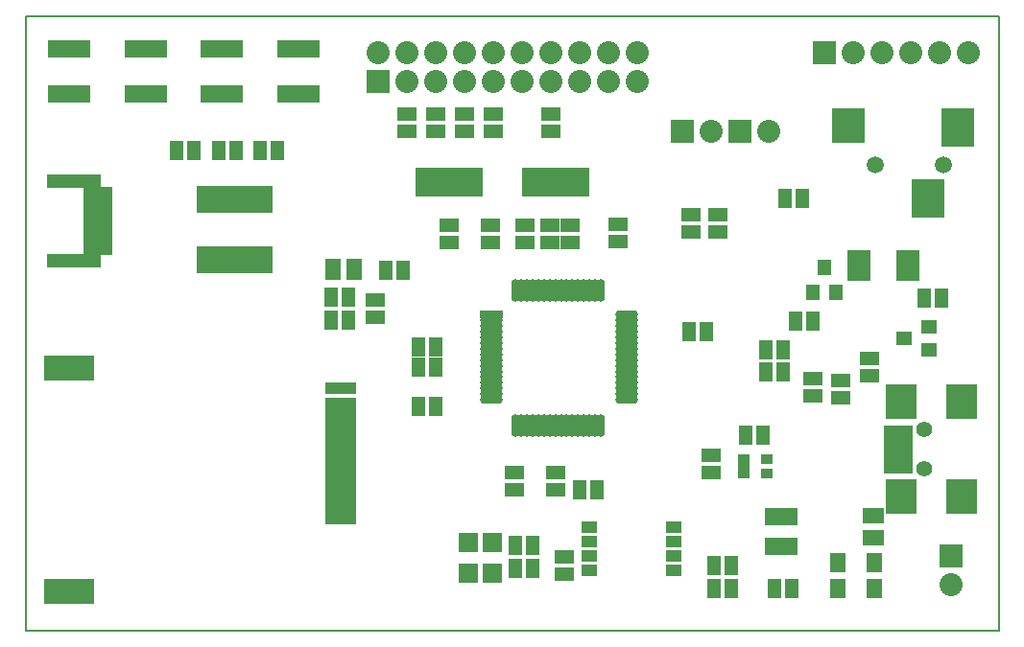
<source format=gts>
G04 (created by PCBNEW-RS274X (2011-06-08)-testing) date Sa 02 Jul 2011 13:34:50 CEST*
G01*
G70*
G90*
%MOIN*%
G04 Gerber Fmt 3.4, Leading zero omitted, Abs format*
%FSLAX34Y34*%
G04 APERTURE LIST*
%ADD10C,0.006000*%
%ADD11C,0.008000*%
%ADD12R,0.098700X0.043600*%
%ADD13R,0.185400X0.047600*%
%ADD14R,0.114500X0.136100*%
%ADD15R,0.114500X0.124300*%
%ADD16C,0.059400*%
%ADD17R,0.080000X0.080000*%
%ADD18C,0.080000*%
%ADD19R,0.236500X0.098700*%
%ADD20R,0.065000X0.045000*%
%ADD21R,0.045000X0.065000*%
%ADD22R,0.055000X0.075000*%
%ADD23R,0.075000X0.055000*%
%ADD24R,0.055800X0.068000*%
%ADD25R,0.080000X0.029800*%
%ADD26O,0.080000X0.029800*%
%ADD27O,0.029800X0.080000*%
%ADD28R,0.051500X0.055400*%
%ADD29R,0.055400X0.051500*%
%ADD30R,0.146000X0.059400*%
%ADD31C,0.055400*%
%ADD32R,0.098700X0.039700*%
%ADD33R,0.106600X0.118400*%
%ADD34R,0.110600X0.059400*%
%ADD35R,0.110600X0.039700*%
%ADD36R,0.177500X0.086900*%
%ADD37R,0.036000X0.094800*%
%ADD38R,0.040000X0.032000*%
%ADD39R,0.043600X0.063300*%
%ADD40R,0.079800X0.110600*%
%ADD41R,0.067200X0.067200*%
%ADD42R,0.057900X0.039700*%
G04 APERTURE END LIST*
G54D10*
G54D11*
X14450Y-56300D02*
X14450Y-34950D01*
X48250Y-56300D02*
X14450Y-56300D01*
X48250Y-34950D02*
X48250Y-56300D01*
X15250Y-34950D02*
X48250Y-34950D01*
X14450Y-34950D02*
X15250Y-34950D01*
G54D12*
X16947Y-41066D03*
X16947Y-41459D03*
X16947Y-41853D03*
X16947Y-42247D03*
X16947Y-42641D03*
X16947Y-43034D03*
G54D13*
X16120Y-40672D03*
X16120Y-43428D03*
G54D14*
X46843Y-38811D03*
X45780Y-41281D03*
G54D15*
X43024Y-38752D03*
G54D16*
X46331Y-40100D03*
X43969Y-40100D03*
G54D17*
X26700Y-37200D03*
G54D18*
X26700Y-36200D03*
X27700Y-37200D03*
X27700Y-36200D03*
X28700Y-37200D03*
X28700Y-36200D03*
X29700Y-37200D03*
X29700Y-36200D03*
X30700Y-37200D03*
X30700Y-36200D03*
X31700Y-37200D03*
X31700Y-36200D03*
X32700Y-37200D03*
X32700Y-36200D03*
X33700Y-37200D03*
X33700Y-36200D03*
X34700Y-37200D03*
X34700Y-36200D03*
X35700Y-37200D03*
X35700Y-36200D03*
G54D17*
X37250Y-38950D03*
G54D18*
X38250Y-38950D03*
G54D17*
X39250Y-38950D03*
G54D18*
X40250Y-38950D03*
G54D17*
X46600Y-53700D03*
G54D18*
X46600Y-54700D03*
G54D19*
X32850Y-40700D03*
X29150Y-40700D03*
G54D20*
X33178Y-53736D03*
X33178Y-54336D03*
G54D21*
X33687Y-51400D03*
X34287Y-51400D03*
X41795Y-45537D03*
X41195Y-45537D03*
X32050Y-53350D03*
X31450Y-53350D03*
X32050Y-54150D03*
X31450Y-54150D03*
X40842Y-41267D03*
X41442Y-41267D03*
X25050Y-44700D03*
X25650Y-44700D03*
X40150Y-46550D03*
X40750Y-46550D03*
X40150Y-47300D03*
X40750Y-47300D03*
G54D20*
X32700Y-38350D03*
X32700Y-38950D03*
X30700Y-38350D03*
X30700Y-38950D03*
X29700Y-38350D03*
X29700Y-38950D03*
X28700Y-38350D03*
X28700Y-38950D03*
X27700Y-38350D03*
X27700Y-38950D03*
X42750Y-48200D03*
X42750Y-47600D03*
X43750Y-47450D03*
X43750Y-46850D03*
G54D21*
X46250Y-44750D03*
X45650Y-44750D03*
X27551Y-43763D03*
X26951Y-43763D03*
X38350Y-54050D03*
X38950Y-54050D03*
X38348Y-54857D03*
X38948Y-54857D03*
G54D20*
X35015Y-42785D03*
X35015Y-42185D03*
X32850Y-50800D03*
X32850Y-51400D03*
X29150Y-42200D03*
X29150Y-42800D03*
X31800Y-42800D03*
X31800Y-42200D03*
G54D21*
X28700Y-48500D03*
X28100Y-48500D03*
G54D20*
X30600Y-42800D03*
X30600Y-42200D03*
G54D21*
X41050Y-54850D03*
X40450Y-54850D03*
G54D20*
X38500Y-42450D03*
X38500Y-41850D03*
G54D21*
X28700Y-47150D03*
X28100Y-47150D03*
G54D20*
X37550Y-42450D03*
X37550Y-41850D03*
G54D21*
X25650Y-45500D03*
X25050Y-45500D03*
G54D20*
X33350Y-42800D03*
X33350Y-42200D03*
G54D21*
X37500Y-45900D03*
X38100Y-45900D03*
G54D20*
X26600Y-45400D03*
X26600Y-44800D03*
X41800Y-48150D03*
X41800Y-47550D03*
X31420Y-50809D03*
X31420Y-51409D03*
X32647Y-42804D03*
X32647Y-42204D03*
G54D21*
X28700Y-46450D03*
X28100Y-46450D03*
G54D22*
X25870Y-43753D03*
X25120Y-43753D03*
G54D23*
X43900Y-52325D03*
X43900Y-53075D03*
G54D24*
X42655Y-54850D03*
X43945Y-54850D03*
X42655Y-53950D03*
X43945Y-53950D03*
G54D25*
X30639Y-45324D03*
G54D26*
X30639Y-45521D03*
X30639Y-45718D03*
X30639Y-45915D03*
X30639Y-46112D03*
X30639Y-46308D03*
X30639Y-46505D03*
X30639Y-46702D03*
X30639Y-46899D03*
X30639Y-47096D03*
X30639Y-47293D03*
X30639Y-47489D03*
X30639Y-47686D03*
X30639Y-47883D03*
X30639Y-48080D03*
X30639Y-48277D03*
G54D27*
X31474Y-49175D03*
X31671Y-49175D03*
X31868Y-49175D03*
X32065Y-49175D03*
X32262Y-49175D03*
X32458Y-49175D03*
X32655Y-49175D03*
X32852Y-49175D03*
X33049Y-49175D03*
X33246Y-49175D03*
X33443Y-49175D03*
X33639Y-49175D03*
X33836Y-49175D03*
X34033Y-49175D03*
X34230Y-49175D03*
X34427Y-49175D03*
G54D26*
X35325Y-48277D03*
X35325Y-48080D03*
X35325Y-47883D03*
X35325Y-47686D03*
X35325Y-47489D03*
X35325Y-47293D03*
X35325Y-47096D03*
X35325Y-46899D03*
X35325Y-46702D03*
X35325Y-46505D03*
X35325Y-46308D03*
X35325Y-46112D03*
X35325Y-45915D03*
X35325Y-45718D03*
X35325Y-45521D03*
X35325Y-45324D03*
G54D27*
X34427Y-44489D03*
X34230Y-44489D03*
X33836Y-44489D03*
X34033Y-44482D03*
X33639Y-44489D03*
X33443Y-44489D03*
X33246Y-44489D03*
X33049Y-44489D03*
X32852Y-44489D03*
X32655Y-44489D03*
X32461Y-44489D03*
X32264Y-44489D03*
X32067Y-44489D03*
X31870Y-44489D03*
X31674Y-44489D03*
X31477Y-44489D03*
G54D17*
X42200Y-36200D03*
G54D18*
X43200Y-36200D03*
X44200Y-36200D03*
X45200Y-36200D03*
X46200Y-36200D03*
X47200Y-36200D03*
G54D28*
X41806Y-44533D03*
X42594Y-44533D03*
X42200Y-43667D03*
G54D29*
X45833Y-46544D03*
X45833Y-45756D03*
X44967Y-46150D03*
G54D30*
X18639Y-36063D03*
X18639Y-37637D03*
X15961Y-37637D03*
X15961Y-36063D03*
X23939Y-36063D03*
X23939Y-37637D03*
X21261Y-37637D03*
X21261Y-36063D03*
G54D31*
X45650Y-50689D03*
X45650Y-49311D03*
G54D32*
X44764Y-50315D03*
X44764Y-50000D03*
X44764Y-49685D03*
X44764Y-49370D03*
X44764Y-50630D03*
G54D33*
X44863Y-51654D03*
X44863Y-48346D03*
X46949Y-51654D03*
X46949Y-48346D03*
G54D34*
X25403Y-52294D03*
X25403Y-51794D03*
X25403Y-50794D03*
X25403Y-51294D03*
X25403Y-50294D03*
X25403Y-49794D03*
X25403Y-49294D03*
X25403Y-48794D03*
G54D35*
X25403Y-48400D03*
X25403Y-47889D03*
G54D36*
X15954Y-47172D03*
X15954Y-54928D03*
G54D37*
X22850Y-41300D03*
X22600Y-41300D03*
X22340Y-41300D03*
X22080Y-41300D03*
X21830Y-41300D03*
X21570Y-41300D03*
X21310Y-41300D03*
X21060Y-41300D03*
X20800Y-41300D03*
X20550Y-41300D03*
X20550Y-43400D03*
X20800Y-43400D03*
X21060Y-43400D03*
X21310Y-43400D03*
X21570Y-43400D03*
X21830Y-43400D03*
X22080Y-43400D03*
X22340Y-43400D03*
X22600Y-43400D03*
X22850Y-43400D03*
G54D21*
X40050Y-49500D03*
X39450Y-49500D03*
X23200Y-39600D03*
X22600Y-39600D03*
X21150Y-39600D03*
X21750Y-39600D03*
X19700Y-39600D03*
X20300Y-39600D03*
G54D20*
X38250Y-50200D03*
X38250Y-50800D03*
G54D38*
X39400Y-50350D03*
X39400Y-50850D03*
X40200Y-50350D03*
X39400Y-50600D03*
X40200Y-50850D03*
G54D39*
X40326Y-53362D03*
X40700Y-53362D03*
X41074Y-53362D03*
X40326Y-52338D03*
X40700Y-52338D03*
X41074Y-52338D03*
G54D40*
X45089Y-43600D03*
X43411Y-43600D03*
G54D41*
X30663Y-54300D03*
X29837Y-54300D03*
X30663Y-53250D03*
X29837Y-53250D03*
G54D42*
X36955Y-52700D03*
X36955Y-54200D03*
X36955Y-53700D03*
X36955Y-53200D03*
X34045Y-54200D03*
X34045Y-53700D03*
X34046Y-53200D03*
X34045Y-52700D03*
M02*

</source>
